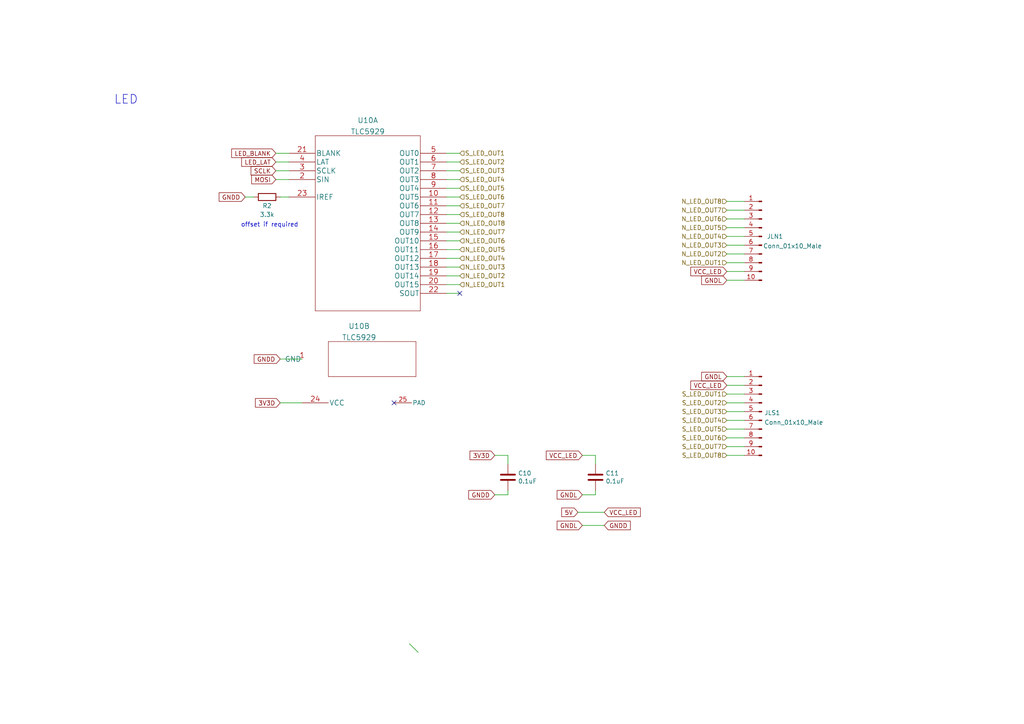
<source format=kicad_sch>
(kicad_sch (version 20211123) (generator eeschema)
  (paper "A4")
  (lib_symbols
    (symbol "Connector:Conn_01x10_Male" (pin_names (offset 1.016) hide)
      (property "Reference" "J" (at 0 12.7 0))
      (property "Value" "Conn_01x10_Male" (at 0 -15.24 0))
      (symbol "Conn_01x10_Male_1_1"
        (polyline (pts (xy 1.27 -12.7) (xy 0.8636 -12.7)) (stroke (width 0.1524)))
        (polyline (pts (xy 1.27 -10.16) (xy 0.8636 -10.16)) (stroke (width 0.1524)))
        (polyline (pts (xy 1.27 -7.62) (xy 0.8636 -7.62)) (stroke (width 0.1524)))
        (polyline (pts (xy 1.27 -5.08) (xy 0.8636 -5.08)) (stroke (width 0.1524)))
        (polyline (pts (xy 1.27 -2.54) (xy 0.8636 -2.54)) (stroke (width 0.1524)))
        (polyline (pts (xy 1.27 0) (xy 0.8636 0)) (stroke (width 0.1524)))
        (polyline (pts (xy 1.27 2.54) (xy 0.8636 2.54)) (stroke (width 0.1524)))
        (polyline (pts (xy 1.27 5.08) (xy 0.8636 5.08)) (stroke (width 0.1524)))
        (polyline (pts (xy 1.27 7.62) (xy 0.8636 7.62)) (stroke (width 0.1524)))
        (polyline (pts (xy 1.27 10.16) (xy 0.8636 10.16)) (stroke (width 0.1524)))
        (rectangle (start 0.8636 -12.573) (end 0 -12.827) (stroke (width 0.1524)) (fill (type outline)))
        (rectangle (start 0.8636 -10.033) (end 0 -10.287) (stroke (width 0.1524)) (fill (type outline)))
        (rectangle (start 0.8636 -7.493) (end 0 -7.747) (stroke (width 0.1524)) (fill (type outline)))
        (rectangle (start 0.8636 -4.953) (end 0 -5.207) (stroke (width 0.1524)) (fill (type outline)))
        (rectangle (start 0.8636 -2.413) (end 0 -2.667) (stroke (width 0.1524)) (fill (type outline)))
        (rectangle (start 0.8636 0.127) (end 0 -0.127) (stroke (width 0.1524)) (fill (type outline)))
        (rectangle (start 0.8636 2.667) (end 0 2.413) (stroke (width 0.1524)) (fill (type outline)))
        (rectangle (start 0.8636 5.207) (end 0 4.953) (stroke (width 0.1524)) (fill (type outline)))
        (rectangle (start 0.8636 7.747) (end 0 7.493) (stroke (width 0.1524)) (fill (type outline)))
        (rectangle (start 0.8636 10.287) (end 0 10.033) (stroke (width 0.1524)) (fill (type outline)))
        (pin passive line (at 5.08 10.16 180) (length 3.81) (name "Pin_1") (number "1"))
        (pin passive line (at 5.08 -12.7 180) (length 3.81) (name "Pin_10") (number "10"))
        (pin passive line (at 5.08 7.62 180) (length 3.81) (name "Pin_2") (number "2"))
        (pin passive line (at 5.08 5.08 180) (length 3.81) (name "Pin_3") (number "3"))
        (pin passive line (at 5.08 2.54 180) (length 3.81) (name "Pin_4") (number "4"))
        (pin passive line (at 5.08 0 180) (length 3.81) (name "Pin_5") (number "5"))
        (pin passive line (at 5.08 -2.54 180) (length 3.81) (name "Pin_6") (number "6"))
        (pin passive line (at 5.08 -5.08 180) (length 3.81) (name "Pin_7") (number "7"))
        (pin passive line (at 5.08 -7.62 180) (length 3.81) (name "Pin_8") (number "8"))
        (pin passive line (at 5.08 -10.16 180) (length 3.81) (name "Pin_9") (number "9"))
      )
    )
    (symbol "Device:C" (pin_numbers hide) (pin_names (offset 0.254))
      (property "Reference" "C" (at 0.635 2.54 0))
      (property "Value" "C" (at 0.635 -2.54 0))
      (symbol "C_0_1"
        (polyline (pts (xy -2.032 -0.762) (xy 2.032 -0.762)) (stroke (width 0.508)))
        (polyline (pts (xy -2.032 0.762) (xy 2.032 0.762)) (stroke (width 0.508)))
      )
      (symbol "C_1_1"
        (pin passive line (at 0 3.81 270) (length 2.794) (name "~") (number "1"))
        (pin passive line (at 0 -3.81 90) (length 2.794) (name "~") (number "2"))
      )
    )
    (symbol "Device:R" (pin_numbers hide) (pin_names (offset 0))
      (property "Reference" "R" (at 2.032 0 90))
      (property "Value" "R" (at 0 0 90))
      (symbol "R_0_1"
        (rectangle (start -1.016 -2.54) (end 1.016 2.54) (stroke (width 0.254)))
      )
      (symbol "R_1_1"
        (pin passive line (at 0 3.81 270) (length 1.27) (name "~") (number "1"))
        (pin passive line (at 0 -3.81 90) (length 1.27) (name "~") (number "2"))
      )
    )
    (symbol "Ninja-qPCR:TLC5929" (pin_names (offset 0.254))
      (property "Reference" "U" (at 22.86 10.16 0))
      (property "Value" "TLC5929" (at 22.86 7.62 0))
      (symbol "TLC5929_1_1"
        (polyline (pts (xy 7.62 -45.72) (xy 38.1 -45.72)) (stroke (width 0.127)))
        (polyline (pts (xy 7.62 5.08) (xy 7.62 -45.72)) (stroke (width 0.127)))
        (polyline (pts (xy 38.1 -45.72) (xy 38.1 5.08)) (stroke (width 0.127)))
        (polyline (pts (xy 38.1 5.08) (xy 7.62 5.08)) (stroke (width 0.127)))
        (pin output line (at 45.72 -12.7 180) (length 7.62) (name "OUT5") (number "10"))
        (pin output line (at 45.72 -15.24 180) (length 7.62) (name "OUT6") (number "11"))
        (pin output line (at 45.72 -17.78 180) (length 7.62) (name "OUT7") (number "12"))
        (pin output line (at 45.72 -20.32 180) (length 7.62) (name "OUT8") (number "13"))
        (pin output line (at 45.72 -22.86 180) (length 7.62) (name "OUT9") (number "14"))
        (pin output line (at 45.72 -25.4 180) (length 7.62) (name "OUT10") (number "15"))
        (pin output line (at 45.72 -27.94 180) (length 7.62) (name "OUT11") (number "16"))
        (pin output line (at 45.72 -30.48 180) (length 7.62) (name "OUT12") (number "17"))
        (pin output line (at 45.72 -33.02 180) (length 7.62) (name "OUT13") (number "18"))
        (pin output line (at 45.72 -35.56 180) (length 7.62) (name "OUT14") (number "19"))
        (pin input line (at 0 -7.62 0) (length 7.62) (name "SIN") (number "2"))
        (pin output line (at 45.72 -38.1 180) (length 7.62) (name "OUT15") (number "20"))
        (pin input line (at 0 0 0) (length 7.62) (name "BLANK") (number "21"))
        (pin output line (at 45.72 -40.64 180) (length 7.62) (name "SOUT") (number "22"))
        (pin bidirectional line (at 0 -12.7 0) (length 7.62) (name "IREF") (number "23"))
        (pin input line (at 0 -5.08 0) (length 7.62) (name "SCLK") (number "3"))
        (pin input line (at 0 -2.54 0) (length 7.62) (name "LAT") (number "4"))
        (pin output line (at 45.72 0 180) (length 7.62) (name "OUT0") (number "5"))
        (pin output line (at 45.72 -2.54 180) (length 7.62) (name "OUT1") (number "6"))
        (pin output line (at 45.72 -5.08 180) (length 7.62) (name "OUT2") (number "7"))
        (pin output line (at 45.72 -7.62 180) (length 7.62) (name "OUT3") (number "8"))
        (pin output line (at 45.72 -10.16 180) (length 7.62) (name "OUT4") (number "9"))
      )
      (symbol "TLC5929_2_1"
        (polyline (pts (xy 7.62 -5.08) (xy 33.02 -5.08)) (stroke (width 0.127)))
        (polyline (pts (xy 7.62 5.08) (xy 7.62 -5.08)) (stroke (width 0.127)))
        (polyline (pts (xy 33.02 -5.08) (xy 33.02 5.08)) (stroke (width 0.127)))
        (polyline (pts (xy 33.02 5.08) (xy 7.62 5.08)) (stroke (width 0.127)))
        (pin power_in line (at 0 0 180) (length 0) (name "GND") (number "1"))
        (pin power_in line (at 0 -12.7 0) (length 7.62) (name "VCC") (number "24"))
      )
    )
    (symbol "TLC5929_1" (pin_names (offset 0.254))
      (property "Reference" "U" (at 22.86 10.16 0))
      (property "Value" "TLC5929_1" (at 22.86 7.62 0))
      (symbol "TLC5929_1_1_1"
        (polyline (pts (xy 7.62 -45.72) (xy 38.1 -45.72)) (stroke (width 0.127)))
        (polyline (pts (xy 7.62 5.08) (xy 7.62 -45.72)) (stroke (width 0.127)))
        (polyline (pts (xy 38.1 -45.72) (xy 38.1 5.08)) (stroke (width 0.127)))
        (polyline (pts (xy 38.1 5.08) (xy 7.62 5.08)) (stroke (width 0.127)))
        (pin output line (at 45.72 -12.7 180) (length 7.62) (name "OUT5") (number "10"))
        (pin output line (at 45.72 -15.24 180) (length 7.62) (name "OUT6") (number "11"))
        (pin output line (at 45.72 -17.78 180) (length 7.62) (name "OUT7") (number "12"))
        (pin output line (at 45.72 -20.32 180) (length 7.62) (name "OUT8") (number "13"))
        (pin output line (at 45.72 -22.86 180) (length 7.62) (name "OUT9") (number "14"))
        (pin output line (at 45.72 -25.4 180) (length 7.62) (name "OUT10") (number "15"))
        (pin output line (at 45.72 -27.94 180) (length 7.62) (name "OUT11") (number "16"))
        (pin output line (at 45.72 -30.48 180) (length 7.62) (name "OUT12") (number "17"))
        (pin output line (at 45.72 -33.02 180) (length 7.62) (name "OUT13") (number "18"))
        (pin output line (at 45.72 -35.56 180) (length 7.62) (name "OUT14") (number "19"))
        (pin input line (at 0 -7.62 0) (length 7.62) (name "SIN") (number "2"))
        (pin output line (at 45.72 -38.1 180) (length 7.62) (name "OUT15") (number "20"))
        (pin input line (at 0 0 0) (length 7.62) (name "BLANK") (number "21"))
        (pin output line (at 45.72 -40.64 180) (length 7.62) (name "SOUT") (number "22"))
        (pin bidirectional line (at 0 -12.7 0) (length 7.62) (name "IREF") (number "23"))
        (pin input line (at 26.67 -12.7 0) (length 5.08) (name "PAD") (number "25-UA"))
        (pin input line (at 0 -5.08 0) (length 7.62) (name "SCLK") (number "3"))
        (pin input line (at 0 -2.54 0) (length 7.62) (name "LAT") (number "4"))
        (pin output line (at 45.72 0 180) (length 7.62) (name "OUT0") (number "5"))
        (pin output line (at 45.72 -2.54 180) (length 7.62) (name "OUT1") (number "6"))
        (pin output line (at 45.72 -5.08 180) (length 7.62) (name "OUT2") (number "7"))
        (pin output line (at 45.72 -7.62 180) (length 7.62) (name "OUT3") (number "8"))
        (pin output line (at 45.72 -10.16 180) (length 7.62) (name "OUT4") (number "9"))
      )
      (symbol "TLC5929_1_2_1"
        (polyline (pts (xy 7.62 -5.08) (xy 33.02 -5.08)) (stroke (width 0.127)))
        (polyline (pts (xy 7.62 5.08) (xy 7.62 -5.08)) (stroke (width 0.127)))
        (polyline (pts (xy 33.02 -5.08) (xy 33.02 5.08)) (stroke (width 0.127)))
        (polyline (pts (xy 33.02 5.08) (xy 7.62 5.08)) (stroke (width 0.127)))
        (pin power_in line (at 0 0 180) (length 0) (name "GND") (number "1"))
        (pin power_in line (at 0 -12.7 0) (length 7.62) (name "VCC") (number "24"))
        (pin input line (at 26.67 -12.7 0) (length 5.08) (name "PAD") (number "25"))
      )
    )
  )
  (no_connect (at 114.3 116.84))
  (no_connect (at 133.35 85.09))
  (bus_entry (at 118.745 186.69) (size 2.54 2.54))
  (wire (pts (xy 147.32 134.62) (xy 147.32 132.08)))
  (wire (pts (xy 129.54 64.77) (xy 133.35 64.77)))
  (wire (pts (xy 129.54 59.69) (xy 133.35 59.69)))
  (wire (pts (xy 215.9 121.92) (xy 210.82 121.92)))
  (wire (pts (xy 129.54 49.53) (xy 133.35 49.53)))
  (wire (pts (xy 168.91 152.4) (xy 175.26 152.4)))
  (wire (pts (xy 215.9 81.28) (xy 210.82 81.28)))
  (wire (pts (xy 129.54 54.61) (xy 133.35 54.61)))
  (wire (pts (xy 168.91 143.51) (xy 172.72 143.51)))
  (wire (pts (xy 81.28 116.84) (xy 87.63 116.84)))
  (wire (pts (xy 80.01 52.07) (xy 83.82 52.07)))
  (wire (pts (xy 215.9 111.76) (xy 210.82 111.76)))
  (wire (pts (xy 80.01 44.45) (xy 83.82 44.45)))
  (wire (pts (xy 215.9 73.66) (xy 210.82 73.66)))
  (wire (pts (xy 80.01 49.53) (xy 83.82 49.53)))
  (wire (pts (xy 215.9 124.46) (xy 210.82 124.46)))
  (wire (pts (xy 129.54 80.01) (xy 133.35 80.01)))
  (wire (pts (xy 147.32 143.51) (xy 147.32 142.24)))
  (wire (pts (xy 129.54 62.23) (xy 133.35 62.23)))
  (wire (pts (xy 215.9 78.74) (xy 210.82 78.74)))
  (wire (pts (xy 215.9 71.12) (xy 210.82 71.12)))
  (wire (pts (xy 129.54 69.85) (xy 133.35 69.85)))
  (wire (pts (xy 71.12 57.15) (xy 73.66 57.15)))
  (wire (pts (xy 215.9 119.38) (xy 210.82 119.38)))
  (wire (pts (xy 215.9 58.42) (xy 210.82 58.42)))
  (wire (pts (xy 215.9 60.96) (xy 210.82 60.96)))
  (wire (pts (xy 129.54 57.15) (xy 133.35 57.15)))
  (wire (pts (xy 143.51 143.51) (xy 147.32 143.51)))
  (wire (pts (xy 81.28 104.14) (xy 87.63 104.14)))
  (wire (pts (xy 129.54 44.45) (xy 133.35 44.45)))
  (wire (pts (xy 129.54 52.07) (xy 133.35 52.07)))
  (wire (pts (xy 129.54 74.93) (xy 133.35 74.93)))
  (wire (pts (xy 215.9 132.08) (xy 210.82 132.08)))
  (wire (pts (xy 215.9 109.22) (xy 210.82 109.22)))
  (wire (pts (xy 215.9 114.3) (xy 210.82 114.3)))
  (wire (pts (xy 168.91 132.08) (xy 172.72 132.08)))
  (wire (pts (xy 167.64 148.59) (xy 175.26 148.59)))
  (wire (pts (xy 129.54 46.99) (xy 133.35 46.99)))
  (wire (pts (xy 129.54 72.39) (xy 133.35 72.39)))
  (wire (pts (xy 215.9 116.84) (xy 210.82 116.84)))
  (wire (pts (xy 129.54 77.47) (xy 133.35 77.47)))
  (wire (pts (xy 83.82 57.15) (xy 81.28 57.15)))
  (wire (pts (xy 215.9 76.2) (xy 210.82 76.2)))
  (wire (pts (xy 215.9 129.54) (xy 210.82 129.54)))
  (wire (pts (xy 129.54 85.09) (xy 133.35 85.09)))
  (wire (pts (xy 147.32 132.08) (xy 143.51 132.08)))
  (wire (pts (xy 215.9 68.58) (xy 210.82 68.58)))
  (wire (pts (xy 172.72 143.51) (xy 172.72 142.24)))
  (wire (pts (xy 215.9 127) (xy 210.82 127)))
  (wire (pts (xy 129.54 67.31) (xy 133.35 67.31)))
  (wire (pts (xy 129.54 82.55) (xy 133.35 82.55)))
  (wire (pts (xy 215.9 66.04) (xy 210.82 66.04)))
  (wire (pts (xy 215.9 63.5) (xy 210.82 63.5)))
  (wire (pts (xy 172.72 132.08) (xy 172.72 134.62)))
  (wire (pts (xy 80.01 46.99) (xy 83.82 46.99)))
  (text "offset if required" (at 69.85 66.04 0) (effects (font (size 1.27 1.27)) (justify left bottom)))
  (text "LED" (at 33.02 30.48 0) (effects (font (size 2.54 2.54)) (justify left bottom)))
  (global_label "VCC_LED" (shape input) (at 168.91 132.08 180) (property "Intersheet References" "${INTERSHEET_REFS}" (effects hide)))
  (global_label "LED_BLANK" (shape input) (at 80.01 44.45 180) (property "Intersheet References" "${INTERSHEET_REFS}" (effects hide)))
  (global_label "GNDL" (shape input) (at 168.91 143.51 180) (property "Intersheet References" "${INTERSHEET_REFS}" (effects hide)))
  (global_label "VCC_LED" (shape input) (at 175.26 148.59 0) (property "Intersheet References" "${INTERSHEET_REFS}" (effects hide)))
  (global_label "GNDL" (shape input) (at 168.91 152.4 180) (property "Intersheet References" "${INTERSHEET_REFS}" (effects hide)))
  (global_label "SCLK" (shape input) (at 80.01 49.53 180) (property "Intersheet References" "${INTERSHEET_REFS}" (effects hide)))
  (global_label "MOSI" (shape input) (at 80.01 52.07 180) (property "Intersheet References" "${INTERSHEET_REFS}" (effects hide)))
  (global_label "GNDL" (shape input) (at 210.82 81.28 180) (property "Intersheet References" "${INTERSHEET_REFS}" (effects hide)))
  (global_label "GNDD" (shape input) (at 81.28 104.14 180) (property "Intersheet References" "${INTERSHEET_REFS}" (effects hide)))
  (global_label "5V" (shape input) (at 167.64 148.59 180) (property "Intersheet References" "${INTERSHEET_REFS}" (effects hide)))
  (global_label "GNDD" (shape input) (at 175.26 152.4 0) (property "Intersheet References" "${INTERSHEET_REFS}" (effects hide)))
  (global_label "GNDD" (shape input) (at 143.51 143.51 180) (property "Intersheet References" "${INTERSHEET_REFS}" (effects hide)))
  (global_label "3V3D" (shape input) (at 143.51 132.08 180) (property "Intersheet References" "${INTERSHEET_REFS}" (effects hide)))
  (global_label "VCC_LED" (shape input) (at 210.82 78.74 180) (property "Intersheet References" "${INTERSHEET_REFS}" (effects hide)))
  (global_label "LED_LAT" (shape input) (at 80.01 46.99 180) (property "Intersheet References" "${INTERSHEET_REFS}" (effects hide)))
  (global_label "GNDL" (shape input) (at 210.82 109.22 180) (property "Intersheet References" "${INTERSHEET_REFS}" (effects hide)))
  (global_label "GNDD" (shape input) (at 71.12 57.15 180) (property "Intersheet References" "${INTERSHEET_REFS}" (effects hide)))
  (global_label "3V3D" (shape input) (at 81.28 116.84 180) (property "Intersheet References" "${INTERSHEET_REFS}" (effects hide)))
  (global_label "VCC_LED" (shape input) (at 210.82 111.76 180) (property "Intersheet References" "${INTERSHEET_REFS}" (effects hide)))
  (hierarchical_label "N_LED_OUT1" (shape input) (at 133.35 82.55 0))
  (hierarchical_label "S_LED_OUT1" (shape input) (at 133.35 44.45 0))
  (hierarchical_label "N_LED_OUT8" (shape input) (at 210.82 58.42 180))
  (hierarchical_label "S_LED_OUT2" (shape input) (at 133.35 46.99 0))
  (hierarchical_label "S_LED_OUT5" (shape input) (at 210.82 124.46 180))
  (hierarchical_label "S_LED_OUT8" (shape input) (at 133.35 62.23 0))
  (hierarchical_label "N_LED_OUT2" (shape input) (at 210.82 73.66 180))
  (hierarchical_label "S_LED_OUT6" (shape input) (at 210.82 127 180))
  (hierarchical_label "N_LED_OUT5" (shape input) (at 210.82 66.04 180))
  (hierarchical_label "N_LED_OUT8" (shape input) (at 133.35 64.77 0))
  (hierarchical_label "N_LED_OUT2" (shape input) (at 133.35 80.01 0))
  (hierarchical_label "S_LED_OUT3" (shape input) (at 210.82 119.38 180))
  (hierarchical_label "N_LED_OUT3" (shape input) (at 133.35 77.47 0))
  (hierarchical_label "S_LED_OUT7" (shape input) (at 210.82 129.54 180))
  (hierarchical_label "N_LED_OUT6" (shape input) (at 210.82 63.5 180))
  (hierarchical_label "S_LED_OUT1" (shape input) (at 210.82 114.3 180))
  (hierarchical_label "S_LED_OUT4" (shape input) (at 210.82 121.92 180))
  (hierarchical_label "N_LED_OUT3" (shape input) (at 210.82 71.12 180))
  (hierarchical_label "S_LED_OUT4" (shape input) (at 133.35 52.07 0))
  (hierarchical_label "S_LED_OUT8" (shape input) (at 210.82 132.08 180))
  (hierarchical_label "S_LED_OUT6" (shape input) (at 133.35 57.15 0))
  (hierarchical_label "S_LED_OUT3" (shape input) (at 133.35 49.53 0))
  (hierarchical_label "N_LED_OUT1" (shape input) (at 210.82 76.2 180))
  (hierarchical_label "N_LED_OUT4" (shape input) (at 210.82 68.58 180))
  (hierarchical_label "N_LED_OUT5" (shape input) (at 133.35 72.39 0))
  (hierarchical_label "S_LED_OUT5" (shape input) (at 133.35 54.61 0))
  (hierarchical_label "S_LED_OUT2" (shape input) (at 210.82 116.84 180))
  (hierarchical_label "N_LED_OUT4" (shape input) (at 133.35 74.93 0))
  (hierarchical_label "S_LED_OUT7" (shape input) (at 133.35 59.69 0))
  (hierarchical_label "N_LED_OUT7" (shape input) (at 210.82 60.96 180))
  (hierarchical_label "N_LED_OUT7" (shape input) (at 133.35 67.31 0))
  (hierarchical_label "N_LED_OUT6" (shape input) (at 133.35 69.85 0))
  (symbol (lib_id "Device:C") (at 147.32 138.43 0) (unit 1)
    (property "Reference" "C10" (at 150.241 137.2616 0) (effects (justify left)))
    (property "Value" "0.1uF" (at 150.241 139.573 0) (effects (justify left)))
    (property "Footprint" "Capacitor_SMD:C_0603_1608Metric" (effects hide))
  )
  (symbol (lib_id "Device:C") (at 172.72 138.43 0) (unit 1)
    (property "Reference" "C11" (at 175.641 137.2616 0) (effects (justify left)))
    (property "Value" "0.1uF" (at 175.641 139.573 0) (effects (justify left)))
    (property "Footprint" "Capacitor_SMD:C_0603_1608Metric" (effects hide))
  )
  (symbol (lib_name "TLC5929_1") (lib_id "Ninja-qPCR:TLC5929") (at 87.63 104.14 0) (unit 2)
    (property "Reference" "U10" (at 104.1717 94.5925 0) (effects (font (size 1.524 1.524))))
    (property "Value" "TLC5929" (at 104.1717 97.8715 0) (effects (font (size 1.524 1.524))))
    (property "Footprint" "Package_SO:HTSSOP-24-1EP_4.4x7.8mm_P0.65mm_EP3.4x7.8mm_Mask2.4x4.68mm_ThermalVias" (effects hide))
  )
  (symbol (lib_id "Ninja-qPCR:TLC5929") (at 83.82 44.45 0) (unit 1)
    (property "Reference" "U10" (at 106.68 34.9026 0) (effects (font (size 1.524 1.524))))
    (property "Value" "TLC5929" (at 106.68 38.1816 0) (effects (font (size 1.524 1.524))))
    (property "Footprint" "Package_SO:HTSSOP-24-1EP_4.4x7.8mm_P0.65mm_EP3.4x7.8mm_Mask2.4x4.68mm_ThermalVias" (effects hide))
  )
  (symbol (lib_id "Connector:Conn_01x10_Male") (at 220.98 68.58 0) (mirror y) (unit 1)
    (property "Reference" "JLN1" (at 224.79 68.58 0))
    (property "Value" "Conn_01x10_Male" (at 229.87 71.3551 0))
    (property "Footprint" "Connector_PinHeader_2.54mm:PinHeader_1x10_P2.54mm_Vertical" (effects hide))
  )
  (symbol (lib_id "Connector:Conn_01x10_Male") (at 220.98 119.38 0) (mirror y) (unit 1)
    (property "Reference" "JLS1" (at 221.6912 119.7415 0) (effects (justify right)))
    (property "Value" "Conn_01x10_Male" (at 221.6912 122.5166 0) (effects (justify right)))
    (property "Footprint" "Connector_PinHeader_2.54mm:PinHeader_1x10_P2.54mm_Vertical" (effects hide))
  )
  (symbol (lib_id "Device:R") (at 77.47 57.15 270) (unit 1)
    (property "Reference" "R2" (at 77.47 59.69 90))
    (property "Value" "3.3k" (at 77.47 62.23 90))
    (property "Footprint" "Resistor_SMD:R_0603_1608Metric" (effects hide))
  )
)
</source>
